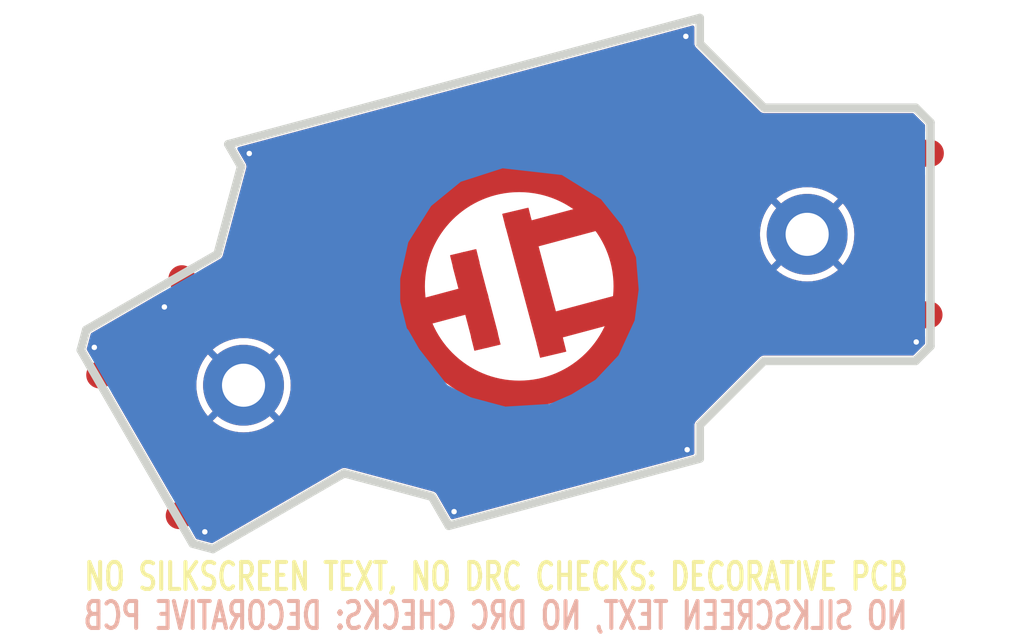
<source format=kicad_pcb>
(kicad_pcb (version 20221018) (generator pcbnew)
  (layers (0 "F.Cu" signal) (31 "B.Cu" signal) (34 "B.Paste" user) (35 "F.Paste" user) (36 "B.SilkS" user "B.Silkscreen") (37 "F.SilkS" user "F.Silkscreen") (38 "B.Mask" user) (39 "F.Mask" user) (44 "Edge.Cuts" user))
  (net 0 "")
  (net 1 "GND")
  (footprint "flyingcarsfootprints:StitchingVia-0.4mmDrill" (layer "F.Cu") (at 77.7 77)
    (fp_text reference "REF**" hide)
    (fp_text value "StitchingVia-0.4mmDrill" hide)
    (pad "1" thru_hole circle (at 0 0) (size 0.82 0.82) (drill 0.4) (layers "*.Cu") (net 1 "GND"))
  )
  (footprint "flyingcarsfootprints:StitchingVia-0.4mmDrill" (layer "F.Cu") (at 94.9 41.7)
    (fp_text reference "REF**" hide)
    (fp_text value "StitchingVia-0.4mmDrill" hide)
    (pad "1" thru_hole circle (at 0 0) (size 0.82 0.82) (drill 0.4) (layers "*.Cu") (net 1 "GND"))
  )
  (footprint "flyingcarsfootprints:StitchingVia-0.4mmDrill" (layer "F.Cu") (at 112 64.4)
    (fp_text reference "REF**" hide)
    (fp_text value "StitchingVia-0.4mmDrill" hide)
    (pad "1" thru_hole circle (at 0 0) (size 0.82 0.82) (drill 0.4) (layers "*.Cu") (net 1 "GND"))
  )
  (footprint "flyingcarsfootprints:StitchingVia-0.4mmDrill" (layer "F.Cu") (at 56.2 61.8)
    (fp_text reference "REF**" hide)
    (fp_text value "StitchingVia-0.4mmDrill" hide)
    (pad "1" thru_hole circle (at 0 0) (size 0.82 0.82) (drill 0.4) (layers "*.Cu") (net 1 "GND"))
  )
  (footprint "flyingcarsfootprints:StitchingVia-0.4mmDrill" (layer "F.Cu") (at 95 72.4)
    (fp_text reference "REF**" hide)
    (fp_text value "StitchingVia-0.4mmDrill" hide)
    (pad "1" thru_hole circle (at 0 0) (size 0.82 0.82) (drill 0.4) (layers "*.Cu") (net 1 "GND"))
  )
  (footprint "flyingcarsfootprints:StitchingVia-0.4mmDrill" (layer "F.Cu") (at 51 64.8)
    (fp_text reference "REF**" hide)
    (fp_text value "StitchingVia-0.4mmDrill" hide)
    (pad "1" thru_hole circle (at 0 0) (size 0.82 0.82) (drill 0.4) (layers "*.Cu") (net 1 "GND"))
  )
  (footprint "flyingcarsfootprints:StitchingVia-0.4mmDrill" (layer "F.Cu") (at 59.2 78.5)
    (fp_text reference "REF**" hide)
    (fp_text value "StitchingVia-0.4mmDrill" hide)
    (pad "1" thru_hole circle (at 0 0) (size 0.82 0.82) (drill 0.4) (layers "*.Cu") (net 1 "GND"))
  )
  (footprint "ASICTechno:OUTLINE_ANGLED_TOP" (layer "F.Cu") (at 50 65)
    (fp_text reference "REF**" hide)
    (fp_text value "OUTLINE_ANGLED_TOP" hide)
    (fp_line (start 1.4 1.85) (end 7.867295 -1.904228) (stroke (width 2)) (layer "F.Cu"))
    (fp_line (start 7.3 12.3) (end 16.911219 6.730667) (stroke (width 2)) (layer "F.Cu"))
    (fp_line (start 7.867295 -1.904228) (end 8.37973 -3.816663) (stroke (width 2)) (layer "F.Cu"))
    (fp_line (start 8.37973 -3.816663) (end 7.5 -5.3) (stroke (width 2)) (layer "F.Cu"))
    (fp_line (start 16.911219 6.730667) (end 19.011186 -1.106518) (stroke (width 2)) (layer "F.Cu"))
    (fp_line (start 19.011186 -1.106518) (end 24.806741 -2.659432) (stroke (width 2)) (layer "F.Cu"))
    (fp_line (start 28.6 -6.3) (end 29.95 -1.15) (stroke (width 2)) (layer "F.Cu"))
    (fp_line (start 29.25 -3.85) (end 24.806741 -2.659432) (stroke (width 2)) (layer "F.Cu"))
    (fp_line (start 32.5 -9.35) (end 34.8 -0.7) (stroke (width 2)) (layer "F.Cu"))
    (fp_line (start 32.787392 -8.421308) (end 38.576908 -9.972604) (stroke (width 2)) (layer "F.Cu"))
    (fp_line (start 38.576908 -9.972604) (end 45.151243 -11.734192) (stroke (width 2)) (layer "F.Cu"))
    (fp_line (start 40.388641 -3.211123) (end 34.599126 -1.659827) (stroke (width 2)) (layer "F.Cu"))
    (fp_line (start 45.151243 -11.734192) (end 47.514884 -14.616234) (stroke (width 2)) (layer "F.Cu"))
    (fp_line (start 46.962976 -4.972711) (end 40.388641 -3.211123) (stroke (width 2)) (layer "F.Cu"))
    (fp_line (start 49.850879 -2.616234) (end 46.962976 -4.972711) (stroke (width 2)) (layer "F.Cu"))
    (fp_line (start 62.95 -2.616234) (end 49.850879 -2.616234) (stroke (width 2)) (layer "F.Cu"))
    (fp_line (start 63.05 -14.616234) (end 47.514884 -14.616234) (stroke (width 2)) (layer "F.Cu"))
    (fp_circle (center 32.534148 -4.729985) (end 40.534148 -4.729985) (stroke (width 2)) (fill none) (layer "F.Cu"))
    (fp_poly (pts (xy 27.675 -6.025) (xy 27.425 -7.025) (xy 29.325 -7.475) (xy 29.575 -6.475)) (stroke (width 0.05)) (fill solid) (layer "F.Cu"))
    (fp_poly (pts (xy 29.225 0.025) (xy 28.975 -0.975) (xy 30.875 -1.425) (xy 31.125 -0.425)) (stroke (width 0.05)) (fill solid) (layer "F.Cu"))
    (fp_poly (pts (xy 31.55 -9.1) (xy 31.3 -10.1) (xy 33.2 -10.55) (xy 33.45 -9.55)) (stroke (width 0.05)) (fill solid) (layer "F.Cu"))
    (fp_poly (pts (xy 34.102197 0.548164) (xy 33.852197 -0.451836) (xy 35.752197 -0.901836) (xy 36.002197 0.098164)) (stroke (width 0.05)) (fill solid) (layer "F.Cu"))
    (fp_line (start 0 0) (end 0.65 1.125833) (stroke (width 0.635)) (layer "Edge.Cuts"))
    (fp_line (start 0.402628 -1.502628) (end 0 0) (stroke (width 0.635)) (layer "Edge.Cuts"))
    (fp_line (start 0.65 1.125833) (end 1.65 2.857883) (stroke (width 0.635)) (layer "Edge.Cuts"))
    (fp_line (start 1.65 2.857883) (end 6.65 11.518137) (stroke (width 0.635)) (layer "Edge.Cuts"))
    (fp_line (start 6.508107 -5.027628) (end 0.402628 -1.502628) (stroke (width 0.635)) (layer "Edge.Cuts"))
    (fp_line (start 6.65 11.518137) (end 7.65 13.250188) (stroke (width 0.635)) (layer "Edge.Cuts"))
    (fp_line (start 7.65 13.250188) (end 8.3 14.376021) (stroke (width 0.635)) (layer "Edge.Cuts"))
    (fp_line (start 8.240158 -6.027628) (end 6.508107 -5.027628) (stroke (width 0.635)) (layer "Edge.Cuts"))
    (fp_line (start 8.3 14.376021) (end 9.802628 14.778649) (stroke (width 0.635)) (layer "Edge.Cuts"))
    (fp_line (start 9.802628 14.778649) (end 19.514422 9.171542) (stroke (width 0.635)) (layer "Edge.Cuts"))
    (fp_line (start 10.114422 -7.109735) (end 8.240158 -6.027628) (stroke (width 0.635)) (layer "Edge.Cuts"))
    (fp_line (start 10.944273 -15.286605) (end 11.873945 -13.676365) (stroke (width 0.635)) (layer "Edge.Cuts"))
    (fp_line (start 10.944273 -15.286605) (end 45.93223 -24.6616) (stroke (width 0.635)) (layer "Edge.Cuts"))
    (fp_line (start 11.883935 -13.600483) (end 10.161015 -7.170456) (stroke (width 0.635)) (layer "Edge.Cuts"))
    (fp_line (start 19.590304 9.161552) (end 26.020331 10.884473) (stroke (width 0.635)) (layer "Edge.Cuts"))
    (fp_line (start 26.081052 10.931066) (end 27.305469 13.051818) (stroke (width 0.635)) (layer "Edge.Cuts"))
    (fp_line (start 27.305469 13.051818) (end 45.93223 8.060792) (stroke (width 0.635)) (layer "Edge.Cuts"))
    (fp_line (start 45.93223 -24.6616) (end 45.93223 -22.802255) (stroke (width 0.635)) (layer "Edge.Cuts"))
    (fp_line (start 45.93223 8.060792) (end 45.93223 5.611959) (stroke (width 0.635)) (layer "Edge.Cuts"))
    (fp_line (start 45.961519 -22.731544) (end 50.668626 -18.024438) (stroke (width 0.635)) (layer "Edge.Cuts"))
    (fp_line (start 45.961519 5.541248) (end 50.668626 0.834141) (stroke (width 0.635)) (layer "Edge.Cuts"))
    (fp_line (start 50.739337 0.804852) (end 61.95355 0.804852) (stroke (width 0.635)) (layer "Edge.Cuts"))
    (fp_line (start 61.95355 -17.995148) (end 50.739337 -17.995148) (stroke (width 0.635)) (layer "Edge.Cuts"))
    (fp_line (start 61.95355 0.804852) (end 63.05355 -0.295148) (stroke (width 0.635)) (layer "Edge.Cuts"))
    (fp_line (start 63.05355 -16.895148) (end 61.95355 -17.995148) (stroke (width 0.635)) (layer "Edge.Cuts"))
    (fp_line (start 63.05355 -15.595148) (end 63.05355 -16.895148) (stroke (width 0.635)) (layer "Edge.Cuts"))
    (fp_line (start 63.05355 -13.595148) (end 63.05355 -15.595148) (stroke (width 0.635)) (layer "Edge.Cuts"))
    (fp_line (start 63.05355 -3.595148) (end 63.05355 -13.595148) (stroke (width 0.635)) (layer "Edge.Cuts"))
    (fp_line (start 63.05355 -1.595148) (end 63.05355 -3.595148) (stroke (width 0.635)) (layer "Edge.Cuts"))
    (fp_line (start 63.05355 -0.295148) (end 63.05355 -1.595148) (stroke (width 0.635)) (layer "Edge.Cuts"))
    (fp_arc (start 10.161015 -7.170456) (mid 10.143772 -7.135451) (end 10.114422 -7.109735) (stroke (width 0.635)) (layer "Edge.Cuts"))
    (fp_arc (start 11.873945 -13.676365) (mid 11.886506 -13.63942) (end 11.883935 -13.600483) (stroke (width 0.635)) (layer "Edge.Cuts"))
    (fp_arc (start 19.514422 9.171542) (mid 19.551368 9.15899) (end 19.590304 9.161552) (stroke (width 0.635)) (layer "Edge.Cuts"))
    (fp_arc (start 26.020331 10.884473) (mid 26.055329 10.901725) (end 26.081052 10.931066) (stroke (width 0.635)) (layer "Edge.Cuts"))
    (fp_arc (start 45.93223 5.611959) (mid 45.939851 5.573695) (end 45.961519 5.541248) (stroke (width 0.635)) (layer "Edge.Cuts"))
    (fp_arc (start 45.961519 -22.731544) (mid 45.939863 -22.763993) (end 45.93223 -22.802255) (stroke (width 0.635)) (layer "Edge.Cuts"))
    (fp_arc (start 50.668626 0.834141) (mid 50.701079 0.812495) (end 50.739337 0.804852) (stroke (width 0.635)) (layer "Edge.Cuts"))
    (fp_arc (start 50.739337 -17.995148) (mid 50.701073 -18.002772) (end 50.668626 -18.024438) (stroke (width 0.635)) (layer "Edge.Cuts"))
    (pad "~" thru_hole circle (at 12.074133 2.61301) (size 6 6) (drill 3.2) (layers "*.Cu" "*.Mask") (net 1 "GND"))
    (pad "~" thru_hole circle (at 53.90355 -8.595148) (size 6 6) (drill 3.2) (layers "*.Cu" "*.Mask") (net 1 "GND"))
  )
  (footprint "flyingcarsfootprints:StitchingVia-0.4mmDrill" (layer "F.Cu") (at 62.5 50.4)
    (fp_text reference "REF**" hide)
    (fp_text value "StitchingVia-0.4mmDrill" hide)
    (pad "1" thru_hole circle (at 0 0) (size 0.82 0.82) (drill 0.4) (layers "*.Cu") (net 1 "GND"))
  )
  (gr_text "NO SILKSCREEN TEXT, NO DRC CHECKS: DECORATIVE PCB" (at 111.5 85.9) (layer "B.SilkS") (effects (font (size 2 1.4) (thickness 0.3) bold) (justify left bottom mirror)))
  (gr_text "NO SILKSCREEN TEXT, NO DRC CHECKS: DECORATIVE PCB" (at 50.1 83) (layer "F.SilkS") (effects (font (size 2 1.4) (thickness 0.3) bold) (justify left bottom)))
  (zone (net 0) (net_name "") (layers "F&B.Cu") (name "FILLOUT") (connect_pads (clearance 0)) (min_thickness 0.25)
    (keepout (tracks allowed) (vias allowed) (pads allowed) (copperpour not_allowed) (footprints allowed))
    (fill (thermal_gap 0.5) (thermal_bridge_width 0.5))
    (polygon (pts (xy 74.2 63.4) (xy 73.7 61.4) (xy 73.7 59.7) (xy 74.3 57) (xy 76 54.3) (xy 78.2 52.5) (xy 81.3 51.5) (xy 85.7 52) (xy 88.6 53.8) (xy 90.2 55.8) (xy 91.2 58.1) (xy 91.4 60.5) (xy 91.1 62.8) (xy 89.9 65.4) (xy 88.2 67.2) (xy 86.4 68.3) (xy 84.8 69) (xy 81.5 69.2) (xy 78.9 68.5) (xy 77.2 67.6) (xy 75.1 64.9) (xy 74.3 63.5)))
  )
  (zone (net 1) (net_name "GND") (layers "F&B.Cu") (connect_pads (clearance 0.5)) (min_thickness 0.25) (fill yes (thermal_gap 0.5) (thermal_bridge_width 0.5))
    (polygon (pts (xy 44 40) (xy 44 84) (xy 120 83) (xy 120 39)))
  )
)
</source>
